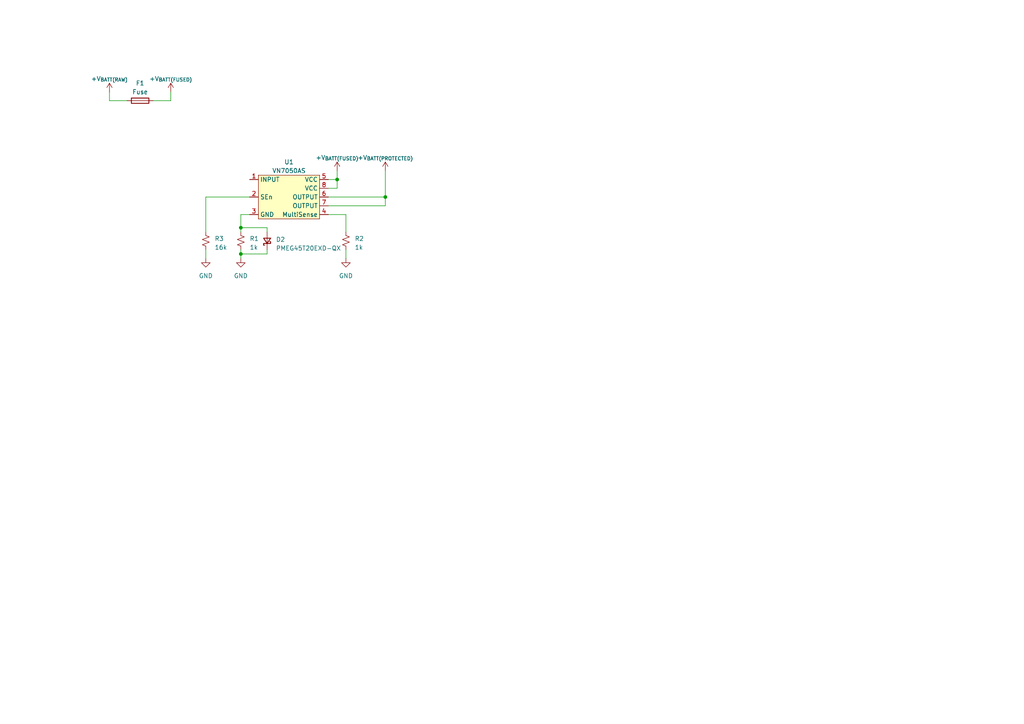
<source format=kicad_sch>
(kicad_sch (version 20230121) (generator eeschema)
  (paper "A4")
  (lib_symbols
    (symbol "AT-PowerIC:VN7050AS"
      (property "Reference" "U" (at 0 7.62 0))
      (property "Value" "VN7050AS" (at 0 -7.62 0))
      (symbol "VN7050AS_0_1"
        (rectangle (start -8.89 6.35) (end 8.89 -6.35) (fill (type background)))
      )
      (symbol "VN7050AS_1_1"
        (pin input line (at -11.43 5.08 0) (length 2.54) (name "INPUT") (number "1"))
        (pin input line (at -11.43 0 0) (length 2.54) (name "SEn") (number "2"))
        (pin power_in line (at -11.43 -5.08 0) (length 2.54) (name "GND") (number "3"))
        (pin output line (at 11.43 -5.08 180) (length 2.54) (name "MultiSense") (number "4"))
        (pin power_in line (at 11.43 5.08 180) (length 2.54) (name "VCC") (number "5"))
        (pin power_out line (at 11.43 0 180) (length 2.54) (name "OUTPUT") (number "6"))
        (pin power_out line (at 11.43 -2.54 180) (length 2.54) (name "OUTPUT") (number "7"))
        (pin power_in line (at 11.43 2.54 180) (length 2.54) (name "VCC") (number "8"))
      )
    )
    (symbol "AT-Supplies:+V_{BATT(FUSED)}" (power) (pin_names (offset 0)) (in_bom no) (on_board no)
      (property "Value" "+V_{BATT(FUSED)}" (at 0 5.08 0))
      (symbol "+V_{BATT(FUSED)}_0_1"
        (polyline (pts (xy -0.76 1.27) (xy 0.002 2.54)))
        (polyline (pts (xy 0.002 0) (xy 0.002 2.54)))
        (polyline (pts (xy 0.002 2.54) (xy 0.764 1.27)))
      )
      (symbol "+V_{BATT(FUSED)}_1_1"
        (pin power_in line (at 0 0 90) (length 0) hide (name "+V_{BATT(FUSED)}") (number "1"))
      )
    )
    (symbol "AT-Supplies:+V_{BATT(PROTECTED)}" (power) (pin_names (offset 0)) (in_bom no) (on_board no)
      (property "Value" "+V_{BATT(PROTECTED)}" (at 0 5.08 0))
      (symbol "+V_{BATT(PROTECTED)}_0_1"
        (polyline (pts (xy -0.76 1.27) (xy 0.002 2.54)))
        (polyline (pts (xy 0.002 0) (xy 0.002 2.54)))
        (polyline (pts (xy 0.002 2.54) (xy 0.764 1.27)))
      )
      (symbol "+V_{BATT(PROTECTED)}_1_1"
        (pin power_in line (at 0 0 90) (length 0) hide (name "+V_{BATT(PROTECTED)}") (number "1"))
      )
    )
    (symbol "AT-Supplies:+V_{BATT(RAW)}" (power) (pin_names (offset 0)) (in_bom no) (on_board no)
      (property "Value" "+V_{BATT(RAW)}" (at 0 5.08 0))
      (symbol "+V_{BATT(RAW)}_0_1"
        (polyline (pts (xy -0.76 1.27) (xy 0.002 2.54)))
        (polyline (pts (xy 0.002 0) (xy 0.002 2.54)))
        (polyline (pts (xy 0.002 2.54) (xy 0.764 1.27)))
      )
      (symbol "+V_{BATT(RAW)}_1_1"
        (pin power_in line (at 0 0 90) (length 0) hide (name "+V_{BATT(RAW)}") (number "1"))
      )
    )
    (symbol "Device:D_Schottky_Small" (pin_numbers hide) (pin_names (offset 0.254) hide)
      (property "Reference" "D" (at -1.27 2.032 0))
      (property "Value" "D_Schottky_Small" (at -7.112 -2.032 0))
      (symbol "D_Schottky_Small_0_1"
        (polyline (pts (xy -0.762 0) (xy 0.762 0)))
        (polyline (pts (xy 0.762 -1.016) (xy -0.762 0) (xy 0.762 1.016) (xy 0.762 -1.016)) (stroke (width 0.254)))
        (polyline (pts (xy -1.27 0.762) (xy -1.27 1.016) (xy -0.762 1.016) (xy -0.762 -1.016) (xy -0.254 -1.016) (xy -0.254 -0.762)) (stroke (width 0.254)))
      )
      (symbol "D_Schottky_Small_1_1"
        (pin passive line (at -2.54 0 0) (length 1.778) (name "K") (number "1"))
        (pin passive line (at 2.54 0 180) (length 1.778) (name "A") (number "2"))
      )
    )
    (symbol "Device:Fuse" (pin_numbers hide) (pin_names (offset 0))
      (property "Reference" "F" (at 2.032 0 90))
      (property "Value" "Fuse" (at -1.905 0 90))
      (symbol "Fuse_0_1"
        (rectangle (start -0.762 -2.54) (end 0.762 2.54) (stroke (width 0.254)))
        (polyline (pts (xy 0 2.54) (xy 0 -2.54)))
      )
      (symbol "Fuse_1_1"
        (pin passive line (at 0 3.81 270) (length 1.27) (name "~") (number "1"))
        (pin passive line (at 0 -3.81 90) (length 1.27) (name "~") (number "2"))
      )
    )
    (symbol "Device:R_Small_US" (pin_numbers hide) (pin_names (offset 0.254) hide)
      (property "Reference" "R" (at 0.762 0.508 0))
      (property "Value" "R_Small_US" (at 0.762 -1.016 0))
      (symbol "R_Small_US_1_1"
        (polyline (pts (xy 0 0) (xy 1.016 -0.381) (xy 0 -0.762) (xy -1.016 -1.143) (xy 0 -1.524)))
        (polyline (pts (xy 0 1.524) (xy 1.016 1.143) (xy 0 0.762) (xy -1.016 0.381) (xy 0 0)))
        (pin passive line (at 0 2.54 270) (length 1.016) (name "~") (number "1"))
        (pin passive line (at 0 -2.54 90) (length 1.016) (name "~") (number "2"))
      )
    )
    (symbol "power:GND" (power) (pin_names (offset 0))
      (property "Value" "GND" (at 0 -3.81 0))
      (symbol "GND_0_1"
        (polyline (pts (xy 0 0) (xy 0 -1.27) (xy 1.27 -1.27) (xy 0 -2.54) (xy -1.27 -1.27) (xy 0 -1.27)))
      )
      (symbol "GND_1_1"
        (pin power_in line (at 0 0 270) (length 0) hide (name "GND") (number "1"))
      )
    )
  )
  (junction (at 97.79 52.07))
  (junction (at 111.76 57.15))
  (junction (at 69.85 66.04))
  (junction (at 69.85 73.66))
  (wire (pts (xy 59.69 72.39) (xy 59.69 74.93)))
  (wire (pts (xy 44.45 29.21) (xy 49.53 29.21)))
  (wire (pts (xy 111.76 57.15) (xy 111.76 49.53)))
  (wire (pts (xy 95.25 62.23) (xy 100.33 62.23)))
  (wire (pts (xy 100.33 62.23) (xy 100.33 67.31)))
  (wire (pts (xy 95.25 52.07) (xy 97.79 52.07)))
  (wire (pts (xy 31.75 29.21) (xy 31.75 26.67)))
  (wire (pts (xy 95.25 59.69) (xy 111.76 59.69)))
  (wire (pts (xy 59.69 57.15) (xy 59.69 67.31)))
  (wire (pts (xy 69.85 73.66) (xy 77.47 73.66)))
  (wire (pts (xy 69.85 73.66) (xy 69.85 74.93)))
  (wire (pts (xy 69.85 66.04) (xy 69.85 67.31)))
  (wire (pts (xy 36.83 29.21) (xy 31.75 29.21)))
  (wire (pts (xy 69.85 72.39) (xy 69.85 73.66)))
  (wire (pts (xy 100.33 72.39) (xy 100.33 74.93)))
  (wire (pts (xy 95.25 54.61) (xy 97.79 54.61)))
  (wire (pts (xy 95.25 57.15) (xy 111.76 57.15)))
  (wire (pts (xy 97.79 52.07) (xy 97.79 54.61)))
  (wire (pts (xy 72.39 57.15) (xy 59.69 57.15)))
  (wire (pts (xy 77.47 67.31) (xy 77.47 66.04)))
  (wire (pts (xy 69.85 62.23) (xy 69.85 66.04)))
  (wire (pts (xy 97.79 49.53) (xy 97.79 52.07)))
  (wire (pts (xy 49.53 29.21) (xy 49.53 26.67)))
  (wire (pts (xy 69.85 66.04) (xy 77.47 66.04)))
  (wire (pts (xy 77.47 72.39) (xy 77.47 73.66)))
  (wire (pts (xy 72.39 62.23) (xy 69.85 62.23)))
  (wire (pts (xy 111.76 59.69) (xy 111.76 57.15)))
  (symbol (lib_id "AT-Supplies:+V_{BATT(PROTECTED)}") (at 111.76 49.53 0) (unit 1) (in_bom no) (on_board no)
    (property "Reference" "#PWR04" (effects hide))
    (property "Value" "+V_{BATT(PROTECTED)}" (at 111.762 45.72 0))
  )
  (symbol (lib_id "Device:Fuse") (at 40.64 29.21 90) (unit 1)
    (property "Reference" "F1" (at 40.64 24.13 90))
    (property "Value" "Fuse" (at 40.64 26.67 90))
  )
  (symbol (lib_id "Device:R_Small_US") (at 59.69 69.85 0) (unit 1)
    (property "Reference" "R3" (at 62.23 69.215 0) (effects (justify left)))
    (property "Value" "16k" (at 62.23 71.755 0) (effects (justify left)))
    (property "Footprint" "Resistor_SMD:R_0402_1005Metric" (effects hide))
  )
  (symbol (lib_id "AT-Supplies:+V_{BATT(RAW)}") (at 31.75 26.67 0) (unit 1) (in_bom no) (on_board no)
    (property "Reference" "#PWR05" (effects hide))
    (property "Value" "+V_{BATT(RAW)}" (at 31.752 22.86 0))
  )
  (symbol (lib_id "Device:D_Schottky_Small") (at 77.47 69.85 90) (unit 1)
    (property "Reference" "D2" (at 80.01 69.469 90) (effects (justify right)))
    (property "Value" "PMEG45T20EXD-QX" (at 80.01 72.009 90) (effects (justify right)))
  )
  (symbol (lib_id "power:GND") (at 69.85 74.93 0) (unit 1)
    (property "Reference" "#PWR01" (effects hide))
    (property "Value" "GND" (at 69.85 80.01 0))
  )
  (symbol (lib_id "AT-PowerIC:VN7050AS") (at 83.82 57.15 0) (unit 1)
    (property "Reference" "U1" (at 83.82 46.99 0))
    (property "Value" "VN7050AS" (at 83.82 49.53 0))
    (property "Datasheet" "https://www.st.com/content/ccc/resource/technical/document/datasheet/50/3c/4d/5f/7a/6f/41/0c/DM00157092.pdf/files/DM00157092.pdf/jcr:content/translations/en.DM00157092.pdf" (effects hide))
  )
  (symbol (lib_id "power:GND") (at 59.69 74.93 0) (unit 1)
    (property "Reference" "#PWR06" (effects hide))
    (property "Value" "GND" (at 59.69 80.01 0))
  )
  (symbol (lib_id "AT-Supplies:+V_{BATT(FUSED)}") (at 49.53 26.67 0) (unit 1) (in_bom no) (on_board no)
    (property "Reference" "#PWR02" (effects hide))
    (property "Value" "+V_{BATT(FUSED)}" (at 49.532 22.86 0))
  )
  (symbol (lib_id "AT-Supplies:+V_{BATT(FUSED)}") (at 97.79 49.53 0) (unit 1) (in_bom no) (on_board no)
    (property "Reference" "#PWR03" (effects hide))
    (property "Value" "+V_{BATT(FUSED)}" (at 97.792 45.72 0))
  )
  (symbol (lib_id "power:GND") (at 100.33 74.93 0) (unit 1)
    (property "Reference" "#PWR07" (effects hide))
    (property "Value" "GND" (at 100.33 80.01 0))
  )
  (symbol (lib_id "Device:R_Small_US") (at 69.85 69.85 0) (unit 1)
    (property "Reference" "R1" (at 72.39 69.215 0) (effects (justify left)))
    (property "Value" "1k" (at 72.39 71.755 0) (effects (justify left)))
    (property "Footprint" "Resistor_SMD:R_0402_1005Metric" (effects hide))
  )
  (symbol (lib_id "Device:R_Small_US") (at 100.33 69.85 0) (unit 1)
    (property "Reference" "R2" (at 102.87 69.215 0) (effects (justify left)))
    (property "Value" "1k" (at 102.87 71.755 0) (effects (justify left)))
    (property "Footprint" "Resistor_SMD:R_0402_1005Metric" (effects hide))
  )
)
</source>
